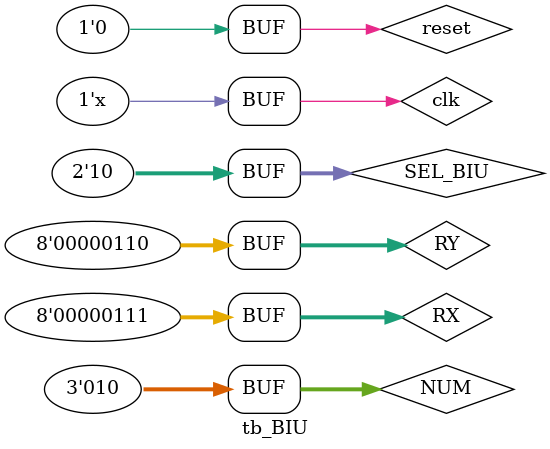
<source format=v>
`timescale 1ns / 1ps


module tb_BIU;
   reg [2:0] NUM;
   reg [7:0] RX;
   reg [7:0] RY;
   reg [1:0] SEL_BIU;
   reg reset;
   reg clk;
   
   wire [7:0] o_Address_Data_Bus;
   wire [7:0] o_DataOut_Bus;
   wire W_R;
   
   BIU uut(
   .NUM(NUM),
   .RX(RX),
   .RY(RY),
   .SEL_BIU(SEL_BIU),
   .reset(reset),
   .clk(clk),
   
   .o_Address_Data_Bus(o_Address_Data_Bus),
   .o_DataOut_Bus(o_DataOut_Bus),
   .W_R(W_R)
   );
   
   initial
       begin
       reset=1;
       clk=0;
       RX=0;
       RY=0;
       NUM=0;
       SEL_BIU=3;
       
       #2 reset=0; RX=8'd7; RY=8'd6; NUM=3'd2; SEL_BIU=3;
       #2 SEL_BIU=2'b00;
       #2 SEL_BIU=2'b01;
       #2 SEL_BIU=2'b10;
       end
   
   always
       #1 clk = !clk;
   

endmodule

</source>
